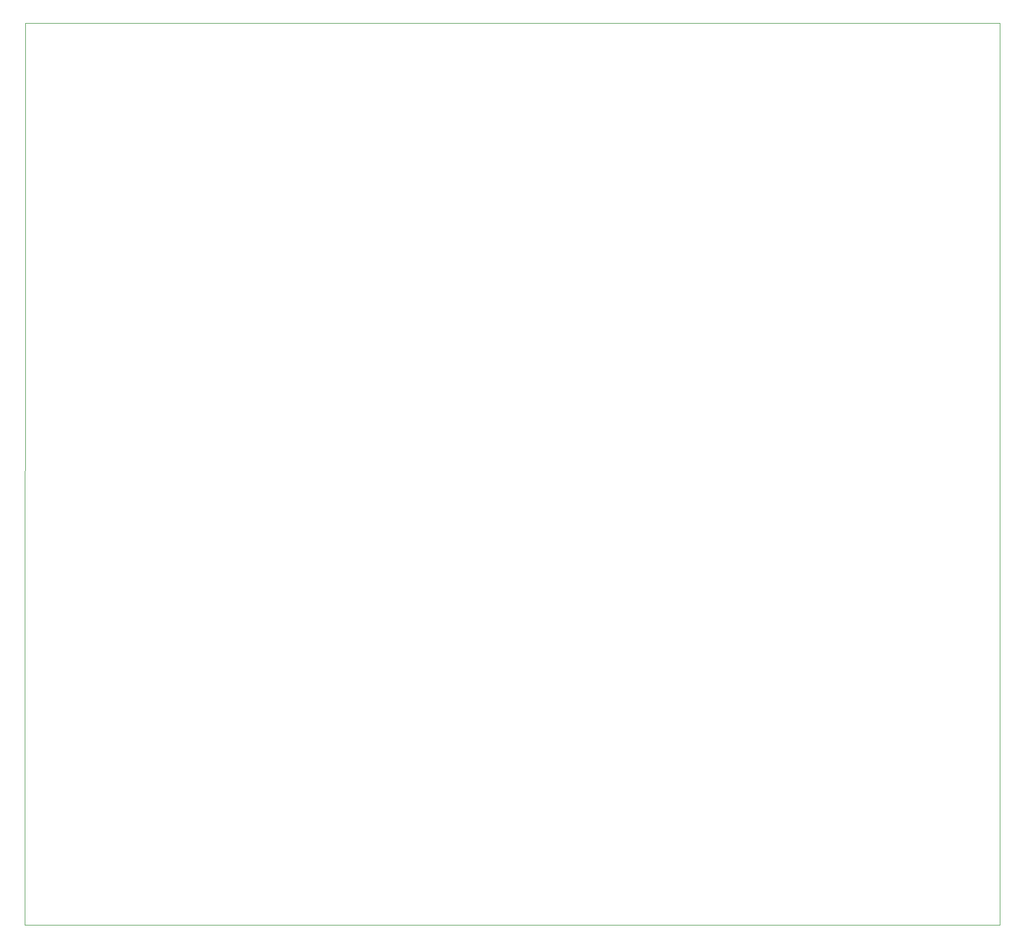
<source format=gbr>
%TF.GenerationSoftware,KiCad,Pcbnew,7.0.10*%
%TF.CreationDate,2024-03-05T22:45:59-05:00*%
%TF.ProjectId,usbc-car-module,75736263-2d63-4617-922d-6d6f64756c65,rev?*%
%TF.SameCoordinates,Original*%
%TF.FileFunction,Profile,NP*%
%FSLAX46Y46*%
G04 Gerber Fmt 4.6, Leading zero omitted, Abs format (unit mm)*
G04 Created by KiCad (PCBNEW 7.0.10) date 2024-03-05 22:45:59*
%MOMM*%
%LPD*%
G01*
G04 APERTURE LIST*
%TA.AperFunction,Profile*%
%ADD10C,0.100000*%
%TD*%
G04 APERTURE END LIST*
D10*
X169300000Y-30400000D02*
X174300000Y-30400000D01*
X169300000Y-30400000D02*
X24312500Y-30400000D01*
X174300000Y-30400000D02*
X174300000Y-169400000D01*
X174300000Y-169400000D02*
X24212500Y-169400000D01*
X24212500Y-169400000D02*
X24312500Y-30400000D01*
M02*

</source>
